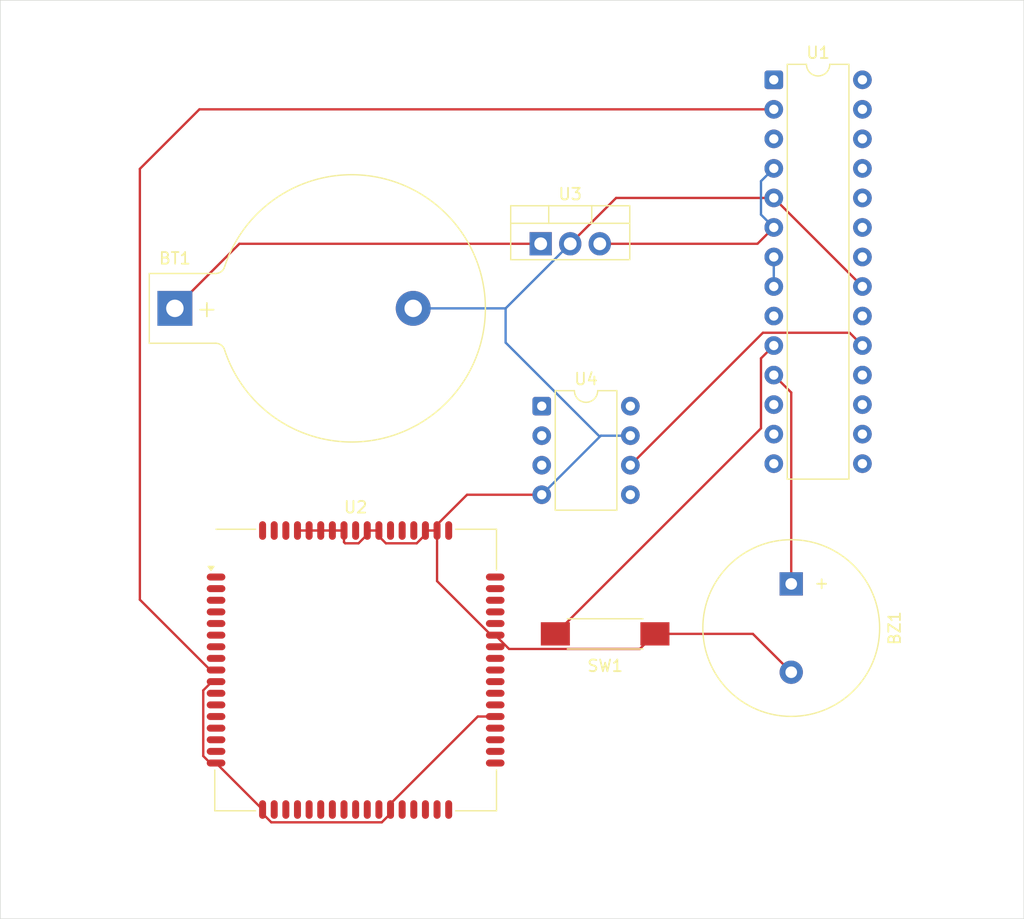
<source format=kicad_pcb>
(kicad_pcb (version 20241229) (generator "pcbnew") (generator_version "9.0")
  (layers (0 "F.Cu" signal) (2 "B.Cu" signal) (13 "F.Paste" user) (15 "B.Paste" user) (5 "F.SilkS" user "F.Silkscreen") (7 "B.SilkS" user "B.Silkscreen") (1 "F.Mask" user) (3 "B.Mask" user) (25 "Edge.Cuts" user))
  (net 0 "")
  (net 1 "Net-(BT1-+)")
  (net 2 "GND")
  (net 3 "Net-(BZ1-+)")
  (net 4 "Net-(U1-PD6)")
  (net 7 "VCC")
  (net 8 "/Crystal Oscillator")
  (net 10 "Net-(U1-ADC6)")
  (net 14 "Net-(U1-PD4)")
  (footprint "Package_DIP:DIP-8_W7.62mm" (layer "F.Cu") (at 141.05 73.9125)
    (property "Reference" "U4" (at 3.81 -2.33 0) (layer "F.SilkS"))
    (property "Value" "MAX9814")
    (fp_line (start 1.16 -1.33) (end 1.16 8.95) (stroke (width 0.12)) (layer "F.SilkS"))
    (fp_line (start 1.16 8.95) (end 6.46 8.95) (stroke (width 0.12)) (layer "F.SilkS"))
    (fp_line (start 2.81 -1.33) (end 1.16 -1.33) (stroke (width 0.12)) (layer "F.SilkS"))
    (fp_line (start 6.46 -1.33) (end 4.81 -1.33) (stroke (width 0.12)) (layer "F.SilkS"))
    (fp_line (start 6.46 8.95) (end 6.46 -1.33) (stroke (width 0.12)) (layer "F.SilkS"))
    (fp_arc (start 4.81 -1.33) (mid 3.81 -0.33) (end 2.81 -1.33) (stroke (width 0.12)) (layer "F.SilkS"))
    (pad "1" thru_hole roundrect (at 0 0) (size 1.6 1.6) (drill 0.8) (layers "*.Cu" "*.Mask") (roundrect_rratio 0.15625))
    (pad "2" thru_hole circle (at 0 2.54) (size 1.6 1.6) (drill 0.8) (layers "*.Cu" "*.Mask"))
    (pad "3" thru_hole circle (at 0 5.08) (size 1.6 1.6) (drill 0.8) (layers "*.Cu" "*.Mask"))
    (pad "4" thru_hole circle (at 0 7.62) (size 1.6 1.6) (drill 0.8) (layers "*.Cu" "*.Mask") (net 2 "GND"))
    (pad "5" thru_hole circle (at 7.62 7.62) (size 1.6 1.6) (drill 0.8) (layers "*.Cu" "*.Mask"))
    (pad "6" thru_hole circle (at 7.62 5.08) (size 1.6 1.6) (drill 0.8) (layers "*.Cu" "*.Mask") (net 10 "Net-(U1-ADC6)"))
    (pad "7" thru_hole circle (at 7.62 2.54) (size 1.6 1.6) (drill 0.8) (layers "*.Cu" "*.Mask") (net 2 "GND"))
    (pad "8" thru_hole circle (at 7.62 0) (size 1.6 1.6) (drill 0.8) (layers "*.Cu" "*.Mask"))
  )
  (footprint "Button_Switch_SMD:SW_SPST_REED_CT05-XXXX-G1" (layer "F.Cu") (at 146.5 93.5)
    (property "Reference" "SW1" (at 0 2.75 0) (layer "F.SilkS"))
    (property "Value" "SW_Reed")
    (fp_line (start -3.25 -1.3) (end 3.25 -1.3) (stroke (width 0.12)) (layer "F.SilkS"))
    (fp_line (start 3.25 1.3) (end -3.25 1.3) (stroke (width 0.12)) (layer "F.SilkS"))
    (pad "1" smd rect (at -4.28 0) (size 2.5 2) (layers "F.Cu" "F.Mask" "F.Paste") (net 4 "Net-(U1-PD6)"))
    (pad "2" smd rect (at 4.28 0) (size 2.5 2) (layers "F.Cu" "F.Mask" "F.Paste") (net 2 "GND"))
  )
  (footprint "Buzzer_Beeper:Buzzer_15x7.5RM7.6" (layer "F.Cu") (at 162.5 89.2 -90)
    (property "Reference" "BZ1" (at 3.81 -8.89 90) (layer "F.SilkS"))
    (property "Value" "Buzzer")
    (fp_circle (center 3.8 0) (end 11.4 0) (stroke (width 0.12)) (fill no) (layer "F.SilkS"))
    (fp_text user "+" (at -0.01 -2.54 90) (layer "F.SilkS"))
    (pad "1" thru_hole rect (at 0 0 270) (size 2 2) (drill 1) (layers "*.Cu" "*.Mask") (net 3 "Net-(BZ1-+)"))
    (pad "2" thru_hole circle (at 7.6 0 270) (size 2 2) (drill 1) (layers "*.Cu" "*.Mask") (net 2 "GND"))
  )
  (footprint "Package_TO_SOT_THT:TO-220-3_Vertical" (layer "F.Cu") (at 140.96 59.945)
    (property "Reference" "U3" (at 2.54 -4.27 0) (layer "F.SilkS"))
    (property "Value" "LM7805_TO220")
    (fp_line (start -2.58 -3.27) (end -2.58 1.371) (stroke (width 0.12)) (layer "F.SilkS"))
    (fp_line (start -2.58 -3.27) (end 7.66 -3.27) (stroke (width 0.12)) (layer "F.SilkS"))
    (fp_line (start -2.58 -1.76) (end 7.66 -1.76) (stroke (width 0.12)) (layer "F.SilkS"))
    (fp_line (start -2.58 1.371) (end 7.66 1.371) (stroke (width 0.12)) (layer "F.SilkS"))
    (fp_line (start 0.69 -3.27) (end 0.69 -1.76) (stroke (width 0.12)) (layer "F.SilkS"))
    (fp_line (start 4.391 -3.27) (end 4.391 -1.76) (stroke (width 0.12)) (layer "F.SilkS"))
    (fp_line (start 7.66 -3.27) (end 7.66 1.371) (stroke (width 0.12)) (layer "F.SilkS"))
    (pad "1" thru_hole rect (at 0 0) (size 1.905 2) (drill 1.1) (layers "*.Cu" "*.Mask") (net 1 "Net-(BT1-+)"))
    (pad "2" thru_hole oval (at 2.54 0) (size 1.905 2) (drill 1.1) (layers "*.Cu" "*.Mask") (net 2 "GND"))
    (pad "3" thru_hole oval (at 5.08 0) (size 1.905 2) (drill 1.1) (layers "*.Cu" "*.Mask") (net 7 "VCC"))
  )
  (footprint "Battery:BatteryHolder_Keystone_103_1x20mm" (layer "F.Cu") (at 109.51 65.499999)
    (property "Reference" "BT1" (at 0 -4.3 0) (layer "F.SilkS"))
    (property "Value" "Battery")
    (fp_line (start -2.2 -3) (end 3.5 -3) (stroke (width 0.12)) (layer "F.SilkS"))
    (fp_line (start -2.2 3) (end -2.2 -3) (stroke (width 0.12)) (layer "F.SilkS"))
    (fp_line (start -2.2 3) (end 3.5 3) (stroke (width 0.12)) (layer "F.SilkS"))
    (fp_arc (start 3.5 3) (mid 3.950694 3.136459) (end 4.25 3.5) (stroke (width 0.12)) (layer "F.SilkS"))
    (fp_arc (start 4.25 -3.5) (mid 3.950694 -3.136459) (end 3.5 -3) (stroke (width 0.12)) (layer "F.SilkS"))
    (fp_arc (start 4.25 -3.5) (mid 16.971103 -11.358466) (end 26.695671 0) (stroke (width 0.12)) (layer "F.SilkS"))
    (fp_arc (start 26.695671 0) (mid 16.971103 11.358466) (end 4.25 3.5) (stroke (width 0.12)) (layer "F.SilkS"))
    (fp_text user "+" (at 2.75 0 0) (layer "F.SilkS") (effects (font (size 1.5 1.5))))
    (pad "1" thru_hole rect (at 0 0) (size 3 3) (drill 1.5) (layers "*.Cu" "*.Mask") (net 1 "Net-(BT1-+)"))
    (pad "2" thru_hole circle (at 20.49 0) (size 3 3) (drill 1.5) (layers "*.Cu" "*.Mask") (net 2 "GND"))
  )
  (footprint "RF_GSM:SIMCom_SIM900" (layer "F.Cu") (at 125.05 96.61)
    (property "Reference" "U2" (at 0 -14 0) (layer "F.SilkS"))
    (property "Value" "SIM900")
    (fp_line (start -12.11 8.6) (end -12.11 12.11) (stroke (width 0.12)) (layer "F.SilkS"))
    (fp_line (start -12.11 12.11) (end -8.6 12.11) (stroke (width 0.12)) (layer "F.SilkS"))
    (fp_line (start -12 -12.11) (end -8.6 -12.11) (stroke (width 0.12)) (layer "F.SilkS"))
    (fp_line (start 8.6 -12.11) (end 12.11 -12.11) (stroke (width 0.12)) (layer "F.SilkS"))
    (fp_line (start 8.6 12.11) (end 12.11 12.11) (stroke (width 0.12)) (layer "F.SilkS"))
    (fp_line (start 12.11 -12.11) (end 12.11 -8.6) (stroke (width 0.12)) (layer "F.SilkS"))
    (fp_line (start 12.11 8.6) (end 12.11 12.11) (stroke (width 0.12)) (layer "F.SilkS"))
    (fp_poly (pts (xy -12.43 -8.58) (xy -12.67 -8.91) (xy -12.19 -8.91) (xy -12.43 -8.58)) (stroke (width 0.12)) (fill yes) (layer "F.SilkS"))
    (pad "1" smd oval (at -12 -8) (size 1.6 0.6) (layers "F.Cu" "F.Mask" "F.Paste"))
    (pad "2" smd oval (at -12 -7) (size 1.6 0.6) (layers "F.Cu" "F.Mask" "F.Paste"))
    (pad "3" smd oval (at -12 -6) (size 1.6 0.6) (layers "F.Cu" "F.Mask" "F.Paste"))
    (pad "4" smd oval (at -12 -5) (size 1.6 0.6) (layers "F.Cu" "F.Mask" "F.Paste"))
    (pad "5" smd oval (at -12 -4) (size 1.6 0.6) (layers "F.Cu" "F.Mask" "F.Paste"))
    (pad "6" smd oval (at -12 -3) (size 1.6 0.6) (layers "F.Cu" "F.Mask" "F.Paste"))
    (pad "7" smd oval (at -12 -2) (size 1.6 0.6) (layers "F.Cu" "F.Mask" "F.Paste"))
    (pad "8" smd oval (at -12 -1) (size 1.6 0.6) (layers "F.Cu" "F.Mask" "F.Paste"))
    (pad "9" smd oval (at -12 0) (size 1.6 0.6) (layers "F.Cu" "F.Mask" "F.Paste") (net 14 "Net-(U1-PD4)"))
    (pad "10" smd oval (at -12 1) (size 1.6 0.6) (layers "F.Cu" "F.Mask" "F.Paste") (net 2 "GND"))
    (pad "11" smd oval (at -12 2) (size 1.6 0.6) (layers "F.Cu" "F.Mask" "F.Paste"))
    (pad "12" smd oval (at -12 3) (size 1.6 0.6) (layers "F.Cu" "F.Mask" "F.Paste"))
    (pad "13" smd oval (at -12 4) (size 1.6 0.6) (layers "F.Cu" "F.Mask" "F.Paste"))
    (pad "14" smd oval (at -12 5) (size 1.6 0.6) (layers "F.Cu" "F.Mask" "F.Paste"))
    (pad "15" smd oval (at -12 6) (size 1.6 0.6) (layers "F.Cu" "F.Mask" "F.Paste"))
    (pad "16" smd oval (at -12 7) (size 1.6 0.6) (layers "F.Cu" "F.Mask" "F.Paste"))
    (pad "17" smd oval (at -12 8) (size 1.6 0.6) (layers "F.Cu" "F.Mask" "F.Paste") (net 2 "GND"))
    (pad "18" smd oval (at -8 12) (size 0.6 1.6) (layers "F.Cu" "F.Mask" "F.Paste") (net 2 "GND"))
    (pad "19" smd oval (at -7 12) (size 0.6 1.6) (layers "F.Cu" "F.Mask" "F.Paste"))
    (pad "20" smd oval (at -6 12) (size 0.6 1.6) (layers "F.Cu" "F.Mask" "F.Paste"))
    (pad "21" smd oval (at -5 12) (size 0.6 1.6) (layers "F.Cu" "F.Mask" "F.Paste"))
    (pad "22" smd oval (at -4 12) (size 0.6 1.6) (layers "F.Cu" "F.Mask" "F.Paste"))
    (pad "23" smd oval (at -3 12) (size 0.6 1.6) (layers "F.Cu" "F.Mask" "F.Paste"))
    (pad "24" smd oval (at -2 12) (size 0.6 1.6) (layers "F.Cu" "F.Mask" "F.Paste"))
    (pad "25" smd oval (at -1 12) (size 0.6 1.6) (layers "F.Cu" "F.Mask" "F.Paste"))
    (pad "26" smd oval (at 0 12) (size 0.6 1.6) (layers "F.Cu" "F.Mask" "F.Paste"))
    (pad "27" smd oval (at 1 12) (size 0.6 1.6) (layers "F.Cu" "F.Mask" "F.Paste"))
    (pad "28" smd oval (at 2 12) (size 0.6 1.6) (layers "F.Cu" "F.Mask" "F.Paste"))
    (pad "29" smd oval (at 3 12) (size 0.6 1.6) (layers "F.Cu" "F.Mask" "F.Paste") (net 2 "GND"))
    (pad "30" smd oval (at 4 12) (size 0.6 1.6) (layers "F.Cu" "F.Mask" "F.Paste"))
    (pad "31" smd oval (at 5 12) (size 0.6 1.6) (layers "F.Cu" "F.Mask" "F.Paste"))
    (pad "32" smd oval (at 6 12) (size 0.6 1.6) (layers "F.Cu" "F.Mask" "F.Paste"))
    (pad "33" smd oval (at 7 12) (size 0.6 1.6) (layers "F.Cu" "F.Mask" "F.Paste"))
    (pad "34" smd oval (at 8 12) (size 0.6 1.6) (layers "F.Cu" "F.Mask" "F.Paste"))
    (pad "35" smd oval (at 12 8) (size 1.6 0.6) (layers "F.Cu" "F.Mask" "F.Paste"))
    (pad "36" smd oval (at 12 7) (size 1.6 0.6) (layers "F.Cu" "F.Mask" "F.Paste"))
    (pad "37" smd oval (at 12 6) (size 1.6 0.6) (layers "F.Cu" "F.Mask" "F.Paste"))
    (pad "38" smd oval (at 12 5) (size 1.6 0.6) (layers "F.Cu" "F.Mask" "F.Paste"))
    (pad "39" smd oval (at 12 4) (size 1.6 0.6) (layers "F.Cu" "F.Mask" "F.Paste") (net 2 "GND"))
    (pad "40" smd oval (at 12 3) (size 1.6 0.6) (layers "F.Cu" "F.Mask" "F.Paste"))
    (pad "41" smd oval (at 12 2) (size 1.6 0.6) (layers "F.Cu" "F.Mask" "F.Paste"))
    (pad "42" smd oval (at 12 1) (size 1.6 0.6) (layers "F.Cu" "F.Mask" "F.Paste"))
    (pad "43" smd oval (at 12 0) (size 1.6 0.6) (layers "F.Cu" "F.Mask" "F.Paste"))
    (pad "44" smd oval (at 12 -1) (size 1.6 0.6) (layers "F.Cu" "F.Mask" "F.Paste"))
    (pad "45" smd oval (at 12 -2) (size 1.6 0.6) (layers "F.Cu" "F.Mask" "F.Paste") (net 2 "GND"))
    (pad "46" smd oval (at 12 -3) (size 1.6 0.6) (layers "F.Cu" "F.Mask" "F.Paste") (net 2 "GND"))
    (pad "47" smd oval (at 12 -4) (size 1.6 0.6) (layers "F.Cu" "F.Mask" "F.Paste"))
    (pad "48" smd oval (at 12 -5) (size 1.6 0.6) (layers "F.Cu" "F.Mask" "F.Paste"))
    (pad "49" smd oval (at 12 -6) (size 1.6 0.6) (layers "F.Cu" "F.Mask" "F.Paste"))
    (pad "50" smd oval (at 12 -7) (size 1.6 0.6) (layers "F.Cu" "F.Mask" "F.Paste"))
    (pad "51" smd oval (at 12 -8) (size 1.6 0.6) (layers "F.Cu" "F.Mask" "F.Paste"))
    (pad "52" smd oval (at 8 -12) (size 0.6 1.6) (layers "F.Cu" "F.Mask" "F.Paste"))
    (pad "53" smd oval (at 7 -12) (size 0.6 1.6) (layers "F.Cu" "F.Mask" "F.Paste") (net 2 "GND"))
    (pad "54" smd oval (at 6 -12) (size 0.6 1.6) (layers "F.Cu" "F.Mask" "F.Paste") (net 2 "GND"))
    (pad "55" smd oval (at 5 -12) (size 0.6 1.6) (layers "F.Cu" "F.Mask" "F.Paste"))
    (pad "56" smd oval (at 4 -12) (size 0.6 1.6) (layers "F.Cu" "F.Mask" "F.Paste"))
    (pad "57" smd oval (at 3 -12) (size 0.6 1.6) (layers "F.Cu" "F.Mask" "F.Paste"))
    (pad "58" smd oval (at 2 -12) (size 0.6 1.6) (layers "F.Cu" "F.Mask" "F.Paste") (net 2 "GND"))
    (pad "59" smd oval (at 1 -12) (size 0.6 1.6) (layers "F.Cu" "F.Mask" "F.Paste") (net 2 "GND"))
    (pad "60" smd oval (at 0 -12) (size 0.6 1.6) (layers "F.Cu" "F.Mask" "F.Paste"))
    (pad "61" smd oval (at -1 -12) (size 0.6 1.6) (layers "F.Cu" "F.Mask" "F.Paste") (net 2 "GND"))
    (pad "62" smd oval (at -2 -12) (size 0.6 1.6) (layers "F.Cu" "F.Mask" "F.Paste") (net 2 "GND"))
    (pad "63" smd oval (at -3 -12) (size 0.6 1.6) (layers "F.Cu" "F.Mask" "F.Paste") (net 2 "GND"))
    (pad "64" smd oval (at -4 -12) (size 0.6 1.6) (layers "F.Cu" "F.Mask" "F.Paste") (net 2 "GND"))
    (pad "65" smd oval (at -5 -12) (size 0.6 1.6) (layers "F.Cu" "F.Mask" "F.Paste") (net 2 "GND"))
    (pad "66" smd oval (at -6 -12) (size 0.6 1.6) (layers "F.Cu" "F.Mask" "F.Paste"))
    (pad "67" smd oval (at -7 -12) (size 0.6 1.6) (layers "F.Cu" "F.Mask" "F.Paste"))
    (pad "68" smd oval (at -8 -12) (size 0.6 1.6) (layers "F.Cu" "F.Mask" "F.Paste"))
  )
  (footprint "Package_DIP:DIP-28_W7.62mm" (layer "F.Cu") (at 161 45.84)
    (property "Reference" "U1" (at 3.81 -2.33 0) (layer "F.SilkS"))
    (property "Value" "ATmega328P-A")
    (fp_line (start 1.16 -1.33) (end 1.16 34.35) (stroke (width 0.12)) (layer "F.SilkS"))
    (fp_line (start 1.16 34.35) (end 6.46 34.35) (stroke (width 0.12)) (layer "F.SilkS"))
    (fp_line (start 2.81 -1.33) (end 1.16 -1.33) (stroke (width 0.12)) (layer "F.SilkS"))
    (fp_line (start 6.46 -1.33) (end 4.81 -1.33) (stroke (width 0.12)) (layer "F.SilkS"))
    (fp_line (start 6.46 34.35) (end 6.46 -1.33) (stroke (width 0.12)) (layer "F.SilkS"))
    (fp_arc (start 4.81 -1.33) (mid 3.81 -0.33) (end 2.81 -1.33) (stroke (width 0.12)) (layer "F.SilkS"))
    (pad "1" thru_hole roundrect (at 0 0) (size 1.6 1.6) (drill 0.8) (layers "*.Cu" "*.Mask") (roundrect_rratio 0.15625))
    (pad "2" thru_hole circle (at 0 2.54) (size 1.6 1.6) (drill 0.8) (layers "*.Cu" "*.Mask") (net 14 "Net-(U1-PD4)"))
    (pad "3" thru_hole circle (at 0 5.08) (size 1.6 1.6) (drill 0.8) (layers "*.Cu" "*.Mask") (net 2 "GND"))
    (pad "4" thru_hole circle (at 0 7.62) (size 1.6 1.6) (drill 0.8) (layers "*.Cu" "*.Mask") (net 7 "VCC"))
    (pad "5" thru_hole circle (at 0 10.16) (size 1.6 1.6) (drill 0.8) (layers "*.Cu" "*.Mask") (net 2 "GND"))
    (pad "6" thru_hole circle (at 0 12.7) (size 1.6 1.6) (drill 0.8) (layers "*.Cu" "*.Mask") (net 7 "VCC"))
    (pad "7" thru_hole circle (at 0 15.24) (size 1.6 1.6) (drill 0.8) (layers "*.Cu" "*.Mask") (net 8 "/Crystal Oscillator"))
    (pad "8" thru_hole circle (at 0 17.78) (size 1.6 1.6) (drill 0.8) (layers "*.Cu" "*.Mask") (net 8 "/Crystal Oscillator"))
    (pad "9" thru_hole circle (at 0 20.32) (size 1.6 1.6) (drill 0.8) (layers "*.Cu" "*.Mask"))
    (pad "10" thru_hole circle (at 0 22.86) (size 1.6 1.6) (drill 0.8) (layers "*.Cu" "*.Mask") (net 4 "Net-(U1-PD6)"))
    (pad "11" thru_hole circle (at 0 25.4) (size 1.6 1.6) (drill 0.8) (layers "*.Cu" "*.Mask") (net 3 "Net-(BZ1-+)"))
    (pad "12" thru_hole circle (at 0 27.94) (size 1.6 1.6) (drill 0.8) (layers "*.Cu" "*.Mask"))
    (pad "13" thru_hole circle (at 0 30.48) (size 1.6 1.6) (drill 0.8) (layers "*.Cu" "*.Mask"))
    (pad "14" thru_hole circle (at 0 33.02) (size 1.6 1.6) (drill 0.8) (layers "*.Cu" "*.Mask"))
    (pad "15" thru_hole circle (at 7.62 33.02) (size 1.6 1.6) (drill 0.8) (layers "*.Cu" "*.Mask"))
    (pad "16" thru_hole circle (at 7.62 30.48) (size 1.6 1.6) (drill 0.8) (layers "*.Cu" "*.Mask"))
    (pad "17" thru_hole circle (at 7.62 27.94) (size 1.6 1.6) (drill 0.8) (layers "*.Cu" "*.Mask"))
    (pad "18" thru_hole circle (at 7.62 25.4) (size 1.6 1.6) (drill 0.8) (layers "*.Cu" "*.Mask"))
    (pad "19" thru_hole circle (at 7.62 22.86) (size 1.6 1.6) (drill 0.8) (layers "*.Cu" "*.Mask") (net 10 "Net-(U1-ADC6)"))
    (pad "20" thru_hole circle (at 7.62 20.32) (size 1.6 1.6) (drill 0.8) (layers "*.Cu" "*.Mask"))
    (pad "21" thru_hole circle (at 7.62 17.78) (size 1.6 1.6) (drill 0.8) (layers "*.Cu" "*.Mask") (net 2 "GND"))
    (pad "22" thru_hole circle (at 7.62 15.24) (size 1.6 1.6) (drill 0.8) (layers "*.Cu" "*.Mask"))
    (pad "23" thru_hole circle (at 7.62 12.7) (size 1.6 1.6) (drill 0.8) (layers "*.Cu" "*.Mask"))
    (pad "24" thru_hole circle (at 7.62 10.16) (size 1.6 1.6) (drill 0.8) (layers "*.Cu" "*.Mask"))
    (pad "25" thru_hole circle (at 7.62 7.62) (size 1.6 1.6) (drill 0.8) (layers "*.Cu" "*.Mask"))
    (pad "26" thru_hole circle (at 7.62 5.08) (size 1.6 1.6) (drill 0.8) (layers "*.Cu" "*.Mask"))
    (pad "27" thru_hole circle (at 7.62 2.54) (size 1.6 1.6) (drill 0.8) (layers "*.Cu" "*.Mask"))
    (pad "28" thru_hole circle (at 7.62 0) (size 1.6 1.6) (drill 0.8) (layers "*.Cu" "*.Mask"))
  )
  (gr_rect (start 94.5 39) (end 182.5 118) (stroke (width 0.05)) (fill no) (layer "Edge.Cuts"))
  (segment (start 109.51 65.49) (end 115.055 59.945) (width 0.2) (layer "F.Cu") (net 1))
  (segment (start 115.055 59.945) (end 140.96 59.945) (width 0.2) (layer "F.Cu") (net 1))
  (segment (start 109.51 65.499999) (end 109.51 65.49) (width 0.2) (layer "F.Cu") (net 1))
  (segment (start 134.6275 81.5325) (end 132.05 84.11) (width 0.2) (layer "F.Cu") (net 2))
  (segment (start 117.05 108.61) (end 113.05 104.61) (width 0.2) (layer "F.Cu") (net 2))
  (segment (start 128.05 108.61) (end 128.05 108.959942) (width 0.2) (layer "F.Cu") (net 2))
  (segment (start 159.2 93.5) (end 150.78 93.5) (width 0.2) (layer "F.Cu") (net 2))
  (segment (start 136.700058 93.61) (end 132.05 88.959942) (width 0.2) (layer "F.Cu") (net 2))
  (segment (start 112.700058 97.61) (end 113.05 97.61) (width 0.2) (layer "F.Cu") (net 2))
  (segment (start 124.151 85.711) (end 124.05 85.61) (width 0.2) (layer "F.Cu") (net 2))
  (segment (start 143.5 59.945) (end 143.5 60) (width 0.2) (layer "F.Cu") (net 2))
  (segment (start 125.298942 85.711) (end 124.151 85.711) (width 0.2) (layer "F.Cu") (net 2))
  (segment (start 127.05 85.11) (end 127.05 84.61) (width 0.2) (layer "F.Cu") (net 2))
  (segment (start 111.949 98.361058) (end 112.700058 97.61) (width 0.2) (layer "F.Cu") (net 2))
  (segment (start 128.05 108.959942) (end 127.298942 109.711) (width 0.2) (layer "F.Cu") (net 2))
  (segment (start 127.298942 109.711) (end 117.801058 109.711) (width 0.2) (layer "F.Cu") (net 2))
  (segment (start 137.05 93.61) (end 136.700058 93.61) (width 0.2) (layer "F.Cu") (net 2))
  (segment (start 117.05 108.959942) (end 117.05 108.61) (width 0.2) (layer "F.Cu") (net 2))
  (segment (start 141.05 81.5325) (end 134.6275 81.5325) (width 0.2) (layer "F.Cu") (net 2))
  (segment (start 113.05 104.61) (end 112.55 104.61) (width 0.2) (layer "F.Cu") (net 2))
  (segment (start 143.5 59.945) (end 147.445 56) (width 0.2) (layer "F.Cu") (net 2))
  (segment (start 132.05 84.61) (end 131.05 84.61) (width 0.2) (layer "F.Cu") (net 2))
  (segment (start 161 56) (end 168.62 63.62) (width 0.2) (layer "F.Cu") (net 2))
  (segment (start 124.05 85.61) (end 124.05 84.61) (width 0.2) (layer "F.Cu") (net 2))
  (segment (start 124.05 84.61) (end 120.05 84.61) (width 0.2) (layer "F.Cu") (net 2))
  (segment (start 138.241 94.801) (end 137.05 93.61) (width 0.2) (layer "F.Cu") (net 2))
  (segment (start 111.949 104.009) (end 111.949 98.361058) (width 0.2) (layer "F.Cu") (net 2))
  (segment (start 162.5 96.8) (end 159.2 93.5) (width 0.2) (layer "F.Cu") (net 2))
  (segment (start 149.479 94.801) (end 138.241 94.801) (width 0.2) (layer "F.Cu") (net 2))
  (segment (start 137.05 100.61) (end 135.55 100.61) (width 0.2) (layer "F.Cu") (net 2))
  (segment (start 130.298942 85.711) (end 127.651 85.711) (width 0.2) (layer "F.Cu") (net 2))
  (segment (start 132.05 84.11) (end 132.05 84.61) (width 0.2) (layer "F.Cu") (net 2))
  (segment (start 128.05 108.11) (end 128.05 108.61) (width 0.2) (layer "F.Cu") (net 2))
  (segment (start 126.05 84.61) (end 126.05 84.959942) (width 0.2) (layer "F.Cu") (net 2))
  (segment (start 131.05 84.61) (end 131.05 84.959942) (width 0.2) (layer "F.Cu") (net 2))
  (segment (start 117.801058 109.711) (end 117.05 108.959942) (width 0.2) (layer "F.Cu") (net 2))
  (segment (start 131.05 84.959942) (end 130.298942 85.711) (width 0.2) (layer "F.Cu") (net 2))
  (segment (start 135.55 100.61) (end 128.05 108.11) (width 0.2) (layer "F.Cu") (net 2))
  (segment (start 147.445 56) (end 161 56) (width 0.2) (layer "F.Cu") (net 2))
  (segment (start 150.78 93.5) (end 149.479 94.801) (width 0.2) (layer "F.Cu") (net 2))
  (segment (start 126.05 84.959942) (end 125.298942 85.711) (width 0.2) (layer "F.Cu") (net 2))
  (segment (start 112.55 104.61) (end 111.949 104.009) (width 0.2) (layer "F.Cu") (net 2))
  (segment (start 132.05 88.959942) (end 132.05 84.61) (width 0.2) (layer "F.Cu") (net 2))
  (segment (start 127.05 84.61) (end 126.05 84.61) (width 0.2) (layer "F.Cu") (net 2))
  (segment (start 127.651 85.711) (end 127.05 85.11) (width 0.2) (layer "F.Cu") (net 2))
  (segment (start 148.67 76.4525) (end 146.13 76.4525) (width 0.2) (layer "B.Cu") (net 2))
  (segment (start 143.5 60.5) (end 143.5 59.945) (width 0.2) (layer "B.Cu") (net 2))
  (segment (start 137.945001 68.445001) (end 146 76.5) (width 0.2) (layer "B.Cu") (net 2))
  (segment (start 146.13 76.4525) (end 141.05 81.5325) (width 0.2) (layer "B.Cu") (net 2))
  (segment (start 137.945001 65.499999) (end 137.945001 68.445001) (width 0.2) (layer "B.Cu") (net 2))
  (segment (start 137.945001 65.499999) (end 143.5 59.945) (width 0.2) (layer "B.Cu") (net 2))
  (segment (start 130 65.499999) (end 137.945001 65.499999) (width 0.2) (layer "B.Cu") (net 2))
  (segment (start 161 71.24) (end 162.5 72.74) (width 0.2) (layer "F.Cu") (net 3))
  (segment (start 162.5 72.74) (end 162.5 89.2) (width 0.2) (layer "F.Cu") (net 3))
  (segment (start 162.5 89) (end 162.5 89.2) (width 0.2) (layer "B.Cu") (net 3))
  (segment (start 159.899 75.821) (end 142.22 93.5) (width 0.2) (layer "F.Cu") (net 4))
  (segment (start 159.899 69.801) (end 159.899 75.821) (width 0.2) (layer "F.Cu") (net 4))
  (segment (start 161 68.7) (end 159.899 69.801) (width 0.2) (layer "F.Cu") (net 4))
  (segment (start 146.04 59.945) (end 159.595 59.945) (width 0.2) (layer "F.Cu") (net 7))
  (segment (start 159.595 59.945) (end 161 58.54) (width 0.2) (layer "F.Cu") (net 7))
  (segment (start 159.899 57.439) (end 159.899 54.561) (width 0.2) (layer "B.Cu") (net 7))
  (segment (start 159.899 54.561) (end 161 53.46) (width 0.2) (layer "B.Cu") (net 7))
  (segment (start 146.04 59.945) (end 146.055 59.945) (width 0.2) (layer "B.Cu") (net 7))
  (segment (start 161 58.54) (end 159.899 57.439) (width 0.2) (layer "B.Cu") (net 7))
  (segment (start 161 61.08) (end 161 63.62) (width 0.2) (layer "B.Cu") (net 8))
  (segment (start 160.0635 67.599) (end 148.67 78.9925) (width 0.2) (layer "F.Cu") (net 10))
  (segment (start 168.62 68.7) (end 167.519 67.599) (width 0.2) (layer "F.Cu") (net 10))
  (segment (start 167.519 67.599) (end 160.0635 67.599) (width 0.2) (layer "F.Cu") (net 10))
  (segment (start 106.5 90.56) (end 106.5 53.5) (width 0.2) (layer "F.Cu") (net 14))
  (segment (start 106.5 53.5) (end 111.62 48.38) (width 0.2) (layer "F.Cu") (net 14))
  (segment (start 113.05 96.61) (end 112.55 96.61) (width 0.2) (layer "F.Cu") (net 14))
  (segment (start 112.55 96.61) (end 106.5 90.56) (width 0.2) (layer "F.Cu") (net 14))
  (segment (start 111.62 48.38) (end 161 48.38) (width 0.2) (layer "F.Cu") (net 14))
)
</source>
